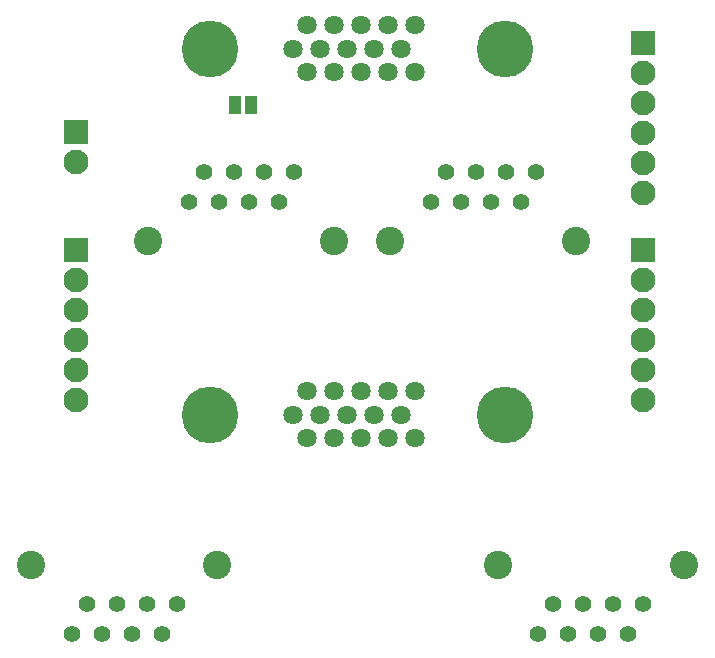
<source format=gbr>
%TF.GenerationSoftware,KiCad,Pcbnew,(5.1.7)-1*%
%TF.CreationDate,2021-02-10T20:21:02+01:00*%
%TF.ProjectId,ad57_adapter,61643537-5f61-4646-9170-7465722e6b69,rev?*%
%TF.SameCoordinates,Original*%
%TF.FileFunction,Soldermask,Top*%
%TF.FilePolarity,Negative*%
%FSLAX46Y46*%
G04 Gerber Fmt 4.6, Leading zero omitted, Abs format (unit mm)*
G04 Created by KiCad (PCBNEW (5.1.7)-1) date 2021-02-10 20:21:02*
%MOMM*%
%LPD*%
G01*
G04 APERTURE LIST*
%ADD10R,2.100000X2.100000*%
%ADD11C,2.100000*%
%ADD12C,4.801000*%
%ADD13C,1.638000*%
%ADD14C,2.400000*%
%ADD15C,1.400000*%
%ADD16R,1.000000X1.500000*%
G04 APERTURE END LIST*
D10*
%TO.C,J1*%
X130500000Y-78000000D03*
D11*
X130500000Y-80540000D03*
%TD*%
D10*
%TO.C,J3*%
X178500000Y-70500000D03*
D11*
X178500000Y-73040000D03*
X178500000Y-75580000D03*
X178500000Y-78120000D03*
X178500000Y-80660000D03*
X178500000Y-83200000D03*
%TD*%
%TO.C,J4*%
X178500000Y-100700000D03*
X178500000Y-98160000D03*
X178500000Y-95620000D03*
X178500000Y-93080000D03*
X178500000Y-90540000D03*
D10*
X178500000Y-88000000D03*
%TD*%
D12*
%TO.C,J5*%
X166815000Y-101981000D03*
X141821000Y-101981000D03*
D13*
X159144000Y-103962000D03*
X156858000Y-103962000D03*
X154572000Y-103962000D03*
X152286000Y-103962000D03*
X150000000Y-103962000D03*
X158001000Y-101981000D03*
X155715000Y-101981000D03*
X153429000Y-101981000D03*
X151143000Y-101981000D03*
X148857000Y-101981000D03*
X159144000Y-100000000D03*
X156858000Y-100000000D03*
X154572000Y-100000000D03*
X152286000Y-100000000D03*
X150000000Y-100000000D03*
%TD*%
%TO.C,J6*%
X150000000Y-69000000D03*
X152286000Y-69000000D03*
X154572000Y-69000000D03*
X156858000Y-69000000D03*
X159144000Y-69000000D03*
X148857000Y-70981000D03*
X151143000Y-70981000D03*
X153429000Y-70981000D03*
X155715000Y-70981000D03*
X158001000Y-70981000D03*
X150000000Y-72962000D03*
X152286000Y-72962000D03*
X154572000Y-72962000D03*
X156858000Y-72962000D03*
X159144000Y-72962000D03*
D12*
X141821000Y-70981000D03*
X166815000Y-70981000D03*
%TD*%
D14*
%TO.C,J7*%
X126680000Y-114700000D03*
X142430000Y-114700000D03*
D15*
X130110000Y-120540000D03*
X131380000Y-118000000D03*
X132650000Y-120540000D03*
X133920000Y-118000000D03*
X135190000Y-120540000D03*
X136460000Y-118000000D03*
X137730000Y-120540000D03*
X139000000Y-118000000D03*
%TD*%
D10*
%TO.C,J8*%
X130500000Y-88000000D03*
D11*
X130500000Y-90540000D03*
X130500000Y-93080000D03*
X130500000Y-95620000D03*
X130500000Y-98160000D03*
X130500000Y-100700000D03*
%TD*%
D14*
%TO.C,J9*%
X152320000Y-87300000D03*
X136570000Y-87300000D03*
D15*
X148890000Y-81460000D03*
X147620000Y-84000000D03*
X146350000Y-81460000D03*
X145080000Y-84000000D03*
X143810000Y-81460000D03*
X142540000Y-84000000D03*
X141270000Y-81460000D03*
X140000000Y-84000000D03*
%TD*%
%TO.C,J10*%
X178500000Y-118000000D03*
X177230000Y-120540000D03*
X175960000Y-118000000D03*
X174690000Y-120540000D03*
X173420000Y-118000000D03*
X172150000Y-120540000D03*
X170880000Y-118000000D03*
X169610000Y-120540000D03*
D14*
X181930000Y-114700000D03*
X166180000Y-114700000D03*
%TD*%
D15*
%TO.C,J11*%
X160500000Y-84000000D03*
X161770000Y-81460000D03*
X163040000Y-84000000D03*
X164310000Y-81460000D03*
X165580000Y-84000000D03*
X166850000Y-81460000D03*
X168120000Y-84000000D03*
X169390000Y-81460000D03*
D14*
X157070000Y-87300000D03*
X172820000Y-87300000D03*
%TD*%
D16*
%TO.C,JP1*%
X145250000Y-75750000D03*
X143950000Y-75750000D03*
%TD*%
M02*

</source>
